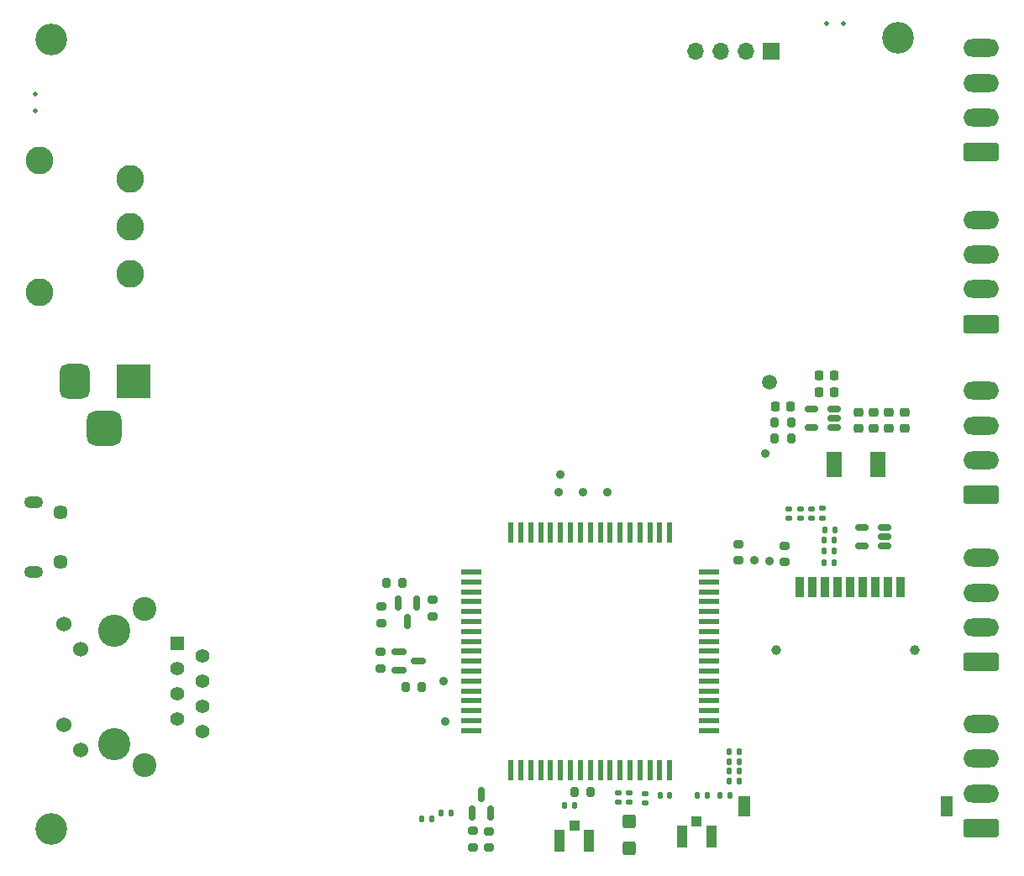
<source format=gbr>
G04 #@! TF.GenerationSoftware,KiCad,Pcbnew,7.0.2*
G04 #@! TF.CreationDate,2023-07-09T14:41:58+03:00*
G04 #@! TF.ProjectId,ELIESTER_V2,454c4945-5354-4455-925f-56322e6b6963,rev?*
G04 #@! TF.SameCoordinates,Original*
G04 #@! TF.FileFunction,Soldermask,Bot*
G04 #@! TF.FilePolarity,Negative*
%FSLAX46Y46*%
G04 Gerber Fmt 4.6, Leading zero omitted, Abs format (unit mm)*
G04 Created by KiCad (PCBNEW 7.0.2) date 2023-07-09 14:41:58*
%MOMM*%
%LPD*%
G01*
G04 APERTURE LIST*
G04 Aperture macros list*
%AMRoundRect*
0 Rectangle with rounded corners*
0 $1 Rounding radius*
0 $2 $3 $4 $5 $6 $7 $8 $9 X,Y pos of 4 corners*
0 Add a 4 corners polygon primitive as box body*
4,1,4,$2,$3,$4,$5,$6,$7,$8,$9,$2,$3,0*
0 Add four circle primitives for the rounded corners*
1,1,$1+$1,$2,$3*
1,1,$1+$1,$4,$5*
1,1,$1+$1,$6,$7*
1,1,$1+$1,$8,$9*
0 Add four rect primitives between the rounded corners*
20,1,$1+$1,$2,$3,$4,$5,0*
20,1,$1+$1,$4,$5,$6,$7,0*
20,1,$1+$1,$6,$7,$8,$9,0*
20,1,$1+$1,$8,$9,$2,$3,0*%
G04 Aperture macros list end*
%ADD10R,3.500000X3.500000*%
%ADD11RoundRect,0.750000X-0.750000X-1.000000X0.750000X-1.000000X0.750000X1.000000X-0.750000X1.000000X0*%
%ADD12RoundRect,0.875000X-0.875000X-0.875000X0.875000X-0.875000X0.875000X0.875000X-0.875000X0.875000X0*%
%ADD13C,3.200000*%
%ADD14RoundRect,0.250000X1.550000X-0.650000X1.550000X0.650000X-1.550000X0.650000X-1.550000X-0.650000X0*%
%ADD15O,3.600000X1.800000*%
%ADD16C,0.500000*%
%ADD17O,1.900000X1.200000*%
%ADD18C,1.450000*%
%ADD19R,1.700000X1.700000*%
%ADD20O,1.700000X1.700000*%
%ADD21C,2.800000*%
%ADD22C,3.250000*%
%ADD23R,1.400000X1.400000*%
%ADD24C,1.400000*%
%ADD25C,1.530000*%
%ADD26C,2.400000*%
%ADD27RoundRect,0.150000X0.512500X0.150000X-0.512500X0.150000X-0.512500X-0.150000X0.512500X-0.150000X0*%
%ADD28RoundRect,0.135000X0.135000X0.185000X-0.135000X0.185000X-0.135000X-0.185000X0.135000X-0.185000X0*%
%ADD29R,1.000000X1.050000*%
%ADD30R,1.050000X2.200000*%
%ADD31RoundRect,0.225000X-0.225000X-0.250000X0.225000X-0.250000X0.225000X0.250000X-0.225000X0.250000X0*%
%ADD32RoundRect,0.225000X0.250000X-0.225000X0.250000X0.225000X-0.250000X0.225000X-0.250000X-0.225000X0*%
%ADD33RoundRect,0.147500X-0.147500X-0.172500X0.147500X-0.172500X0.147500X0.172500X-0.147500X0.172500X0*%
%ADD34RoundRect,0.200000X0.200000X0.275000X-0.200000X0.275000X-0.200000X-0.275000X0.200000X-0.275000X0*%
%ADD35C,0.900000*%
%ADD36C,1.000000*%
%ADD37R,1.200000X2.000000*%
%ADD38R,0.950000X2.000000*%
%ADD39RoundRect,0.140000X0.140000X0.170000X-0.140000X0.170000X-0.140000X-0.170000X0.140000X-0.170000X0*%
%ADD40RoundRect,0.200000X-0.275000X0.200000X-0.275000X-0.200000X0.275000X-0.200000X0.275000X0.200000X0*%
%ADD41R,2.000000X0.500000*%
%ADD42R,0.500000X2.000000*%
%ADD43RoundRect,0.200000X0.275000X-0.200000X0.275000X0.200000X-0.275000X0.200000X-0.275000X-0.200000X0*%
%ADD44RoundRect,0.140000X-0.170000X0.140000X-0.170000X-0.140000X0.170000X-0.140000X0.170000X0.140000X0*%
%ADD45RoundRect,0.147500X0.147500X0.172500X-0.147500X0.172500X-0.147500X-0.172500X0.147500X-0.172500X0*%
%ADD46RoundRect,0.140000X0.170000X-0.140000X0.170000X0.140000X-0.170000X0.140000X-0.170000X-0.140000X0*%
%ADD47RoundRect,0.140000X-0.140000X-0.170000X0.140000X-0.170000X0.140000X0.170000X-0.140000X0.170000X0*%
%ADD48RoundRect,0.135000X0.185000X-0.135000X0.185000X0.135000X-0.185000X0.135000X-0.185000X-0.135000X0*%
%ADD49RoundRect,0.225000X0.225000X0.250000X-0.225000X0.250000X-0.225000X-0.250000X0.225000X-0.250000X0*%
%ADD50RoundRect,0.135000X-0.135000X-0.185000X0.135000X-0.185000X0.135000X0.185000X-0.135000X0.185000X0*%
%ADD51RoundRect,0.250000X-0.425000X0.450000X-0.425000X-0.450000X0.425000X-0.450000X0.425000X0.450000X0*%
%ADD52RoundRect,0.200000X-0.200000X-0.275000X0.200000X-0.275000X0.200000X0.275000X-0.200000X0.275000X0*%
%ADD53RoundRect,0.150000X-0.150000X0.587500X-0.150000X-0.587500X0.150000X-0.587500X0.150000X0.587500X0*%
%ADD54R,1.600000X2.500000*%
%ADD55RoundRect,0.150000X-0.587500X-0.150000X0.587500X-0.150000X0.587500X0.150000X-0.587500X0.150000X0*%
%ADD56C,1.500000*%
%ADD57RoundRect,0.150000X0.150000X-0.587500X0.150000X0.587500X-0.150000X0.587500X-0.150000X-0.587500X0*%
G04 APERTURE END LIST*
D10*
X172300000Y-92800000D03*
D11*
X166300000Y-92800000D03*
D12*
X169300000Y-97500000D03*
D13*
X164000000Y-58300000D03*
D14*
X257735000Y-104250000D03*
D15*
X257735000Y-100750000D03*
X257735000Y-97250000D03*
X257735000Y-93750000D03*
D16*
X242100000Y-56700000D03*
X243800000Y-56700000D03*
D17*
X162212500Y-105000000D03*
D18*
X164912500Y-106000000D03*
X164912500Y-111000000D03*
D17*
X162212500Y-112000000D03*
D13*
X164000000Y-137900000D03*
D19*
X236530000Y-59475000D03*
D20*
X233990000Y-59475000D03*
X231450000Y-59475000D03*
X228910000Y-59475000D03*
D14*
X257735000Y-121100000D03*
D15*
X257735000Y-117600000D03*
X257735000Y-114100000D03*
X257735000Y-110600000D03*
D16*
X162400000Y-65550000D03*
X162400000Y-63850000D03*
D21*
X171950000Y-81925000D03*
X171950000Y-77200000D03*
X171950000Y-72400000D03*
X162750000Y-70550000D03*
X162750000Y-83850000D03*
D22*
X170280000Y-117900000D03*
X170280000Y-129330000D03*
D23*
X176630000Y-119170000D03*
D24*
X179170000Y-120440000D03*
X176630000Y-121710000D03*
X179170000Y-122980000D03*
X176630000Y-124250000D03*
X179170000Y-125520000D03*
X176630000Y-126790000D03*
X179170000Y-128060000D03*
D25*
X165200000Y-117290000D03*
X166900000Y-119830000D03*
X165200000Y-127400000D03*
X166900000Y-129940000D03*
D26*
X173330000Y-115740000D03*
X173330000Y-131490000D03*
D14*
X257735000Y-69695000D03*
D15*
X257735000Y-66195000D03*
X257735000Y-62695000D03*
X257735000Y-59195000D03*
D14*
X257735000Y-137825000D03*
D15*
X257735000Y-134325000D03*
X257735000Y-130825000D03*
X257735000Y-127325000D03*
D14*
X257735000Y-87000000D03*
D15*
X257735000Y-83500000D03*
X257735000Y-80000000D03*
X257735000Y-76500000D03*
D27*
X242837500Y-95550000D03*
X242837500Y-96500000D03*
X242837500Y-97450000D03*
X240562500Y-97450000D03*
X240562500Y-95550000D03*
D28*
X202300000Y-136900000D03*
X201280000Y-136900000D03*
D29*
X229025000Y-137175000D03*
D30*
X227550000Y-138700000D03*
X230500000Y-138700000D03*
D13*
X249300000Y-58150000D03*
D31*
X236925000Y-95300000D03*
X238475000Y-95300000D03*
D29*
X216700000Y-137600000D03*
D30*
X215225000Y-139125000D03*
X218175000Y-139125000D03*
D32*
X248420000Y-97500000D03*
X248420000Y-95950000D03*
D33*
X215715000Y-135500000D03*
X216685000Y-135500000D03*
D32*
X250000000Y-97500000D03*
X250000000Y-95950000D03*
D34*
X218325000Y-134200000D03*
X216675000Y-134200000D03*
D35*
X236400000Y-110900000D03*
X220000000Y-104000000D03*
D36*
X251000000Y-119850000D03*
X237000000Y-119850000D03*
D37*
X254200000Y-135600000D03*
X233800000Y-135600000D03*
D38*
X240710000Y-113550000D03*
X239440000Y-113550000D03*
X249600000Y-113550000D03*
X243250000Y-113550000D03*
X244520000Y-113550000D03*
X248330000Y-113550000D03*
X245790000Y-113550000D03*
X247060000Y-113550000D03*
X241980000Y-113550000D03*
D39*
X233280000Y-131100000D03*
X232320000Y-131100000D03*
D40*
X202450000Y-114812500D03*
X202450000Y-116462500D03*
D41*
X206300000Y-128000000D03*
X206300000Y-127000000D03*
X206300000Y-126000000D03*
X206300000Y-125000000D03*
X206300000Y-124000000D03*
X206300000Y-123000000D03*
X206300000Y-122000000D03*
X206300000Y-121000000D03*
X206300000Y-120000000D03*
X206300000Y-119000000D03*
X206300000Y-118000000D03*
X206300000Y-117000000D03*
X206300000Y-116000000D03*
X206300000Y-115000000D03*
X206300000Y-114000000D03*
X206300000Y-113000000D03*
X206300000Y-112000000D03*
D42*
X210300000Y-108000000D03*
X211300000Y-108000000D03*
X212300000Y-108000000D03*
X213300000Y-108000000D03*
X214300000Y-108000000D03*
X215300000Y-108000000D03*
X216300000Y-108000000D03*
X217300000Y-108000000D03*
X218300000Y-108000000D03*
X219300000Y-108000000D03*
X220300000Y-108000000D03*
X221300000Y-108000000D03*
X222300000Y-108000000D03*
X223300000Y-108000000D03*
X224300000Y-108000000D03*
X225300000Y-108000000D03*
X226300000Y-108000000D03*
D41*
X230300000Y-112000000D03*
X230300000Y-113000000D03*
X230300000Y-114000000D03*
X230300000Y-115000000D03*
X230300000Y-116000000D03*
X230300000Y-117000000D03*
X230300000Y-118000000D03*
X230300000Y-119000000D03*
X230300000Y-120000000D03*
X230300000Y-121000000D03*
X230300000Y-122000000D03*
X230300000Y-123000000D03*
X230300000Y-124000000D03*
X230300000Y-125000000D03*
X230300000Y-126000000D03*
X230300000Y-127000000D03*
X230300000Y-128000000D03*
D42*
X226300000Y-132000000D03*
X225300000Y-132000000D03*
X224300000Y-132000000D03*
X223300000Y-132000000D03*
X222300000Y-132000000D03*
X221300000Y-132000000D03*
X220300000Y-132000000D03*
X219300000Y-132000000D03*
X218300000Y-132000000D03*
X217300000Y-132000000D03*
X216300000Y-132000000D03*
X215300000Y-132000000D03*
X214300000Y-132000000D03*
X213300000Y-132000000D03*
X212300000Y-132000000D03*
X211300000Y-132000000D03*
X210300000Y-132000000D03*
D43*
X206500000Y-139750000D03*
X206500000Y-138100000D03*
D44*
X223800000Y-134320000D03*
X223800000Y-135280000D03*
D35*
X217600000Y-104000000D03*
D45*
X230085000Y-134500000D03*
X229115000Y-134500000D03*
D46*
X238300000Y-106580000D03*
X238300000Y-105620000D03*
D45*
X233285000Y-132100000D03*
X232315000Y-132100000D03*
D44*
X221100000Y-134250000D03*
X221100000Y-135210000D03*
D43*
X208100000Y-139775000D03*
X208100000Y-138125000D03*
D47*
X232320000Y-133100000D03*
X233280000Y-133100000D03*
D48*
X241700000Y-106600000D03*
X241700000Y-105580000D03*
D35*
X203500000Y-123000000D03*
D46*
X239500000Y-106580000D03*
X239500000Y-105620000D03*
D39*
X242860000Y-111100000D03*
X241900000Y-111100000D03*
D49*
X242875000Y-92200000D03*
X241325000Y-92200000D03*
D32*
X245340000Y-97495000D03*
X245340000Y-95945000D03*
D50*
X241890000Y-108800000D03*
X242910000Y-108800000D03*
D34*
X238525000Y-98500000D03*
X236875000Y-98500000D03*
D35*
X215100000Y-104000000D03*
D50*
X231400000Y-134500000D03*
X232420000Y-134500000D03*
D28*
X204310000Y-136300000D03*
X203290000Y-136300000D03*
D35*
X234800000Y-110800000D03*
D43*
X197200000Y-121725000D03*
X197200000Y-120075000D03*
D39*
X233280000Y-130100000D03*
X232320000Y-130100000D03*
D51*
X222200000Y-137150000D03*
X222200000Y-139850000D03*
D34*
X201325000Y-123600000D03*
X199675000Y-123600000D03*
D43*
X197250000Y-117162500D03*
X197250000Y-115512500D03*
D46*
X240600000Y-106580000D03*
X240600000Y-105620000D03*
D35*
X203700000Y-127100000D03*
D52*
X236875000Y-96900000D03*
X238525000Y-96900000D03*
D34*
X199375000Y-113137500D03*
X197725000Y-113137500D03*
D50*
X241890000Y-109900000D03*
X242910000Y-109900000D03*
D53*
X198900000Y-115100000D03*
X200800000Y-115100000D03*
X199850000Y-116975000D03*
D47*
X225340000Y-134500000D03*
X226300000Y-134500000D03*
D44*
X222200000Y-134270000D03*
X222200000Y-135230000D03*
D54*
X242850000Y-101180000D03*
X247250000Y-101180000D03*
D55*
X199062500Y-121950000D03*
X199062500Y-120050000D03*
X200937500Y-121000000D03*
D43*
X237900000Y-111025000D03*
X237900000Y-109375000D03*
D32*
X246880000Y-97500000D03*
X246880000Y-95950000D03*
D35*
X215300000Y-102200000D03*
X235900000Y-100100000D03*
D49*
X242875000Y-93900000D03*
X241325000Y-93900000D03*
D27*
X247975000Y-107500000D03*
X247975000Y-108450000D03*
X247975000Y-109400000D03*
X245700000Y-109400000D03*
X245700000Y-107500000D03*
D43*
X233200000Y-110825000D03*
X233200000Y-109175000D03*
D50*
X241915000Y-107800000D03*
X242935000Y-107800000D03*
D56*
X236400000Y-92900000D03*
D57*
X208250000Y-136325000D03*
X206350000Y-136325000D03*
X207300000Y-134450000D03*
M02*

</source>
